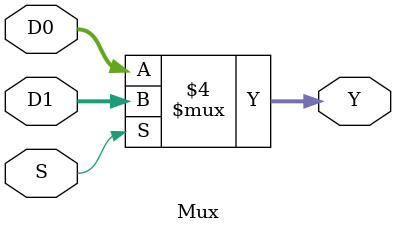
<source format=v>
`timescale 1ns / 1ps

module Mux(
    S,
    D0,
    D1,
    Y
    );
    
input S;
input [31:0] D0;
input [31:0] D1;
output reg [31:0] Y;

always @(D0, D1, S)
    begin
        if (S == 1)
            Y = D1;
        else
            Y = D0;
    end

endmodule
</source>
